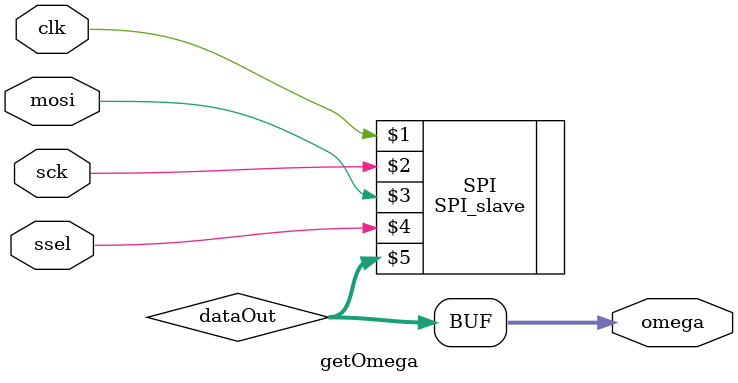
<source format=v>
`timescale 1ns / 1ps
 

module getOmega(
   input clk,
   input sck,
   input mosi,
   input ssel,
   //output wire miso,
   //output wire [15:0] LED,
   output wire [63:0] omega
);
    //reg [39:0] omega; // Angle for frequency
    wire [63:0] dataOut;
    //wire omegaOut;
    wire misoOut;
    SPI_slave SPI(clk, sck, mosi, ssel, dataOut);
   
    //assign LED[15:0]=dataOut[31:16];
    assign omega[63:0]=dataOut[63:0];
    //assign miso = misoOut;

      

    
endmodule

</source>
